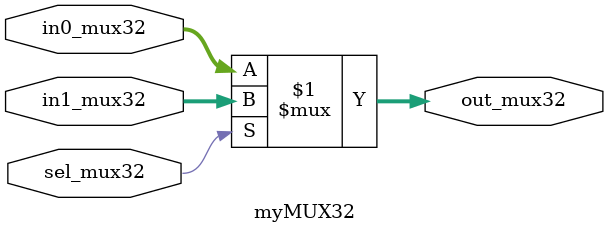
<source format=v>
module myMUX32 (in0_mux32, in1_mux32, sel_mux32, out_mux32);
  input [31:0] in0_mux32, in1_mux32;
  input sel_mux32;
  output [31:0] out_mux32;
  
  assign out_mux32 = sel_mux32 ? in1_mux32 : in0_mux32;
endmodule

</source>
